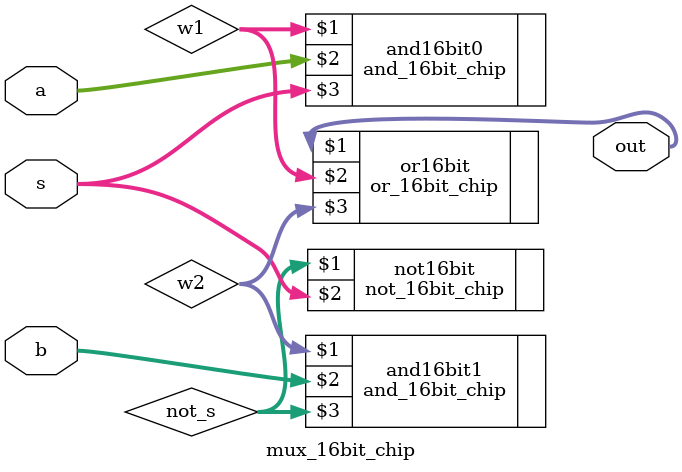
<source format=v>
module mux_16bit_chip(out, a, b, s);
	input [15:0]a;
	input [15:0]b;
	input [15:0]s;
	
	output [15:0]out;

	wire [15:0]not_s;
	wire [15:0]w1;
	wire [15:0]w2;
	
	not_16bit_chip not16bit(not_s, s);	
	and_16bit_chip and16bit0(w1, a, s);
	and_16bit_chip and16bit1(w2, b, not_s);
	or_16bit_chip or16bit(out, w1, w2);

endmodule

</source>
